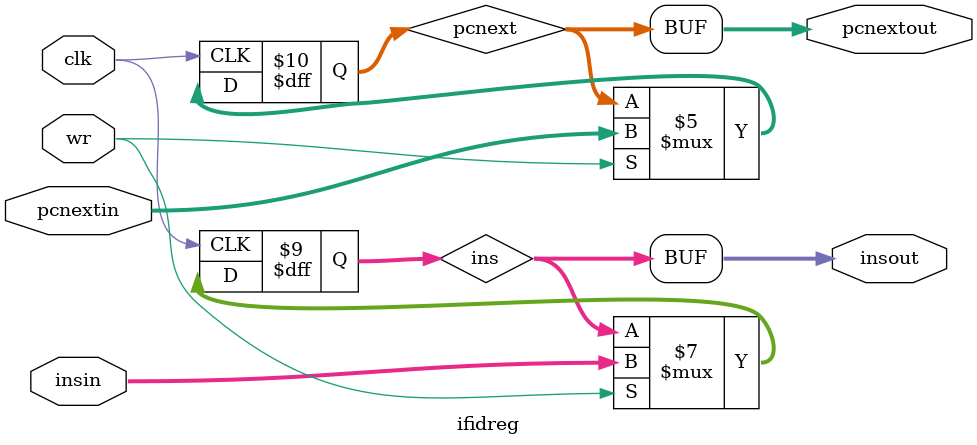
<source format=v>
/*
* File Name: ifidreg.v
* Function: this module is IF/ID pipeline register, it contains 
* instruction field, PC+4 field.
* wr pin is write signal, active HIGH.
*/

module ifidreg ( clk, insin, insout, pcnextin, pcnextout, wr);
parameter INSWIDTH = 32;
parameter AWIDTH = 32;

input wire clk;
input wire [INSWIDTH-1:0] insin;
input wire [AWIDTH-1:0] pcnextin;
input wire wr;
output reg [INSWIDTH-1:0] insout;
output reg [AWIDTH-1:0] pcnextout;

// memory
reg [INSWIDTH-1:0] ins;
reg [AWIDTH-1:0] pcnext;

always @(ins) begin
    insout = ins;
end

always @(pcnext) begin
    pcnextout = pcnext;
end

always @(posedge clk) begin
    if (wr == 1'b1) begin
        ins <= insin;
        pcnext <= pcnextin;
    end
end

endmodule

</source>
